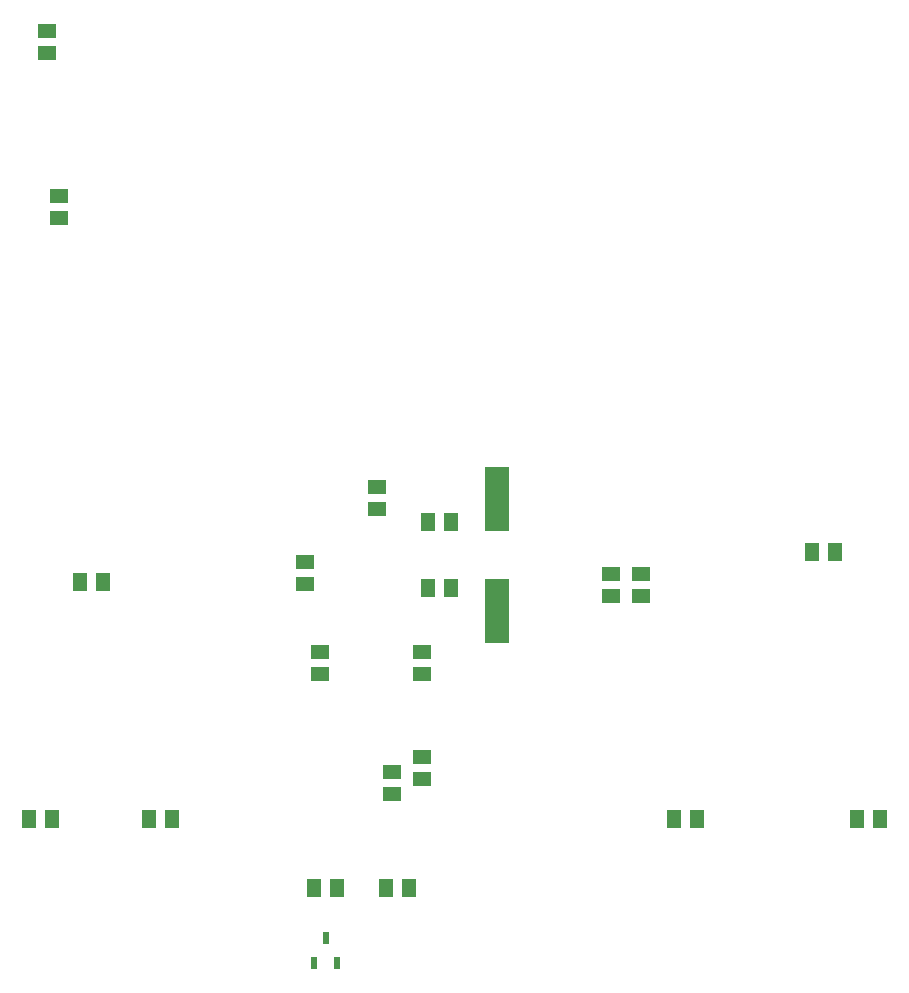
<source format=gbr>
G04 #@! TF.FileFunction,Paste,Bot*
%FSLAX46Y46*%
G04 Gerber Fmt 4.6, Leading zero omitted, Abs format (unit mm)*
G04 Created by KiCad (PCBNEW 4.0.6) date 07/24/17 16:42:21*
%MOMM*%
%LPD*%
G01*
G04 APERTURE LIST*
%ADD10C,0.100000*%
%ADD11R,1.300480X1.498600*%
%ADD12R,1.498600X1.300480*%
%ADD13R,0.599440X1.000760*%
%ADD14R,1.998980X5.499100*%
G04 APERTURE END LIST*
D10*
D11*
X60642500Y-77470000D03*
X58737500Y-77470000D03*
X60642500Y-71882000D03*
X58737500Y-71882000D03*
D12*
X74168000Y-76263500D03*
X74168000Y-78168500D03*
X76708000Y-76263500D03*
X76708000Y-78168500D03*
D11*
X31178500Y-76962000D03*
X29273500Y-76962000D03*
D12*
X27432000Y-46164500D03*
X27432000Y-44259500D03*
D11*
X93154500Y-74422000D03*
X91249500Y-74422000D03*
X55181500Y-102870000D03*
X57086500Y-102870000D03*
X49085500Y-102870000D03*
X50990500Y-102870000D03*
D12*
X58166000Y-91757500D03*
X58166000Y-93662500D03*
D11*
X96964500Y-97028000D03*
X95059500Y-97028000D03*
D12*
X55626000Y-93027500D03*
X55626000Y-94932500D03*
D11*
X81470500Y-97028000D03*
X79565500Y-97028000D03*
D12*
X26416000Y-30289500D03*
X26416000Y-32194500D03*
X48260000Y-75247500D03*
X48260000Y-77152500D03*
X58166000Y-82867500D03*
X58166000Y-84772500D03*
X54356000Y-70802500D03*
X54356000Y-68897500D03*
X49530000Y-82867500D03*
X49530000Y-84772500D03*
D13*
X50990500Y-109260640D03*
X50038000Y-107147360D03*
X49085500Y-109260640D03*
D14*
X64516000Y-79425800D03*
X64516000Y-69926200D03*
D11*
X24955500Y-97028000D03*
X26860500Y-97028000D03*
X35115500Y-97028000D03*
X37020500Y-97028000D03*
M02*

</source>
